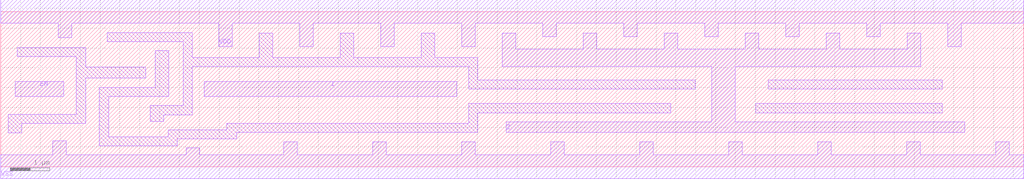
<source format=lef>
# Copyright 2022 GlobalFoundries PDK Authors
#
# Licensed under the Apache License, Version 2.0 (the "License");
# you may not use this file except in compliance with the License.
# You may obtain a copy of the License at
#
#      http://www.apache.org/licenses/LICENSE-2.0
#
# Unless required by applicable law or agreed to in writing, software
# distributed under the License is distributed on an "AS IS" BASIS,
# WITHOUT WARRANTIES OR CONDITIONS OF ANY KIND, either express or implied.
# See the License for the specific language governing permissions and
# limitations under the License.

MACRO gf180mcu_fd_sc_mcu7t5v0__bufz_12
  CLASS core ;
  FOREIGN gf180mcu_fd_sc_mcu7t5v0__bufz_12 0.0 0.0 ;
  ORIGIN 0 0 ;
  SYMMETRY X Y ;
  SITE GF018hv5v_mcu_sc7 ;
  SIZE 25.76 BY 3.92 ;
  PIN EN
    DIRECTION INPUT ;
    ANTENNAGATEAREA 1.929 ;
    PORT
      LAYER METAL1 ;
        POLYGON 0.37 1.77 1.59 1.77 1.59 2.15 0.37 2.15  ;
    END
  END EN
  PIN I
    DIRECTION INPUT ;
    ANTENNAGATEAREA 6.477 ;
    PORT
      LAYER METAL1 ;
        POLYGON 5.125 1.77 11.48 1.77 11.48 2.15 5.125 2.15  ;
    END
  END I
  PIN Z
    DIRECTION OUTPUT ;
    ANTENNADIFFAREA 6.2244 ;
    PORT
      LAYER METAL1 ;
        POLYGON 12.63 2.53 17.49 2.53 17.9 2.53 17.9 1.135 12.73 1.135 12.73 0.865 24.27 0.865 24.27 1.135 18.5 1.135 18.5 2.53 23.17 2.53 23.17 3.38 22.83 3.38 22.83 2.97 21.13 2.97 21.13 3.38 20.79 3.38 20.79 2.97 19.09 2.97 19.09 3.38 18.75 3.38 18.75 2.97 17.49 2.97 17.05 2.97 17.05 3.38 16.71 3.38 16.71 2.97 15.01 2.97 15.01 3.38 14.67 3.38 14.67 2.97 12.97 2.97 12.97 3.38 12.63 3.38  ;
    END
  END Z
  PIN VDD
    DIRECTION INOUT ;
    USE power ;
    SHAPE ABUTMENT ;
    PORT
      LAYER METAL1 ;
        POLYGON 0 3.62 1.45 3.62 1.45 3.26 1.79 3.26 1.79 3.62 5.49 3.62 5.49 3.04 5.83 3.04 5.83 3.62 7.53 3.62 7.53 3.04 7.87 3.04 7.87 3.62 9.57 3.62 9.57 3.04 9.91 3.04 9.91 3.62 11.61 3.62 11.61 3.04 11.95 3.04 11.95 3.62 13.65 3.62 13.65 3.285 13.99 3.285 13.99 3.62 15.69 3.62 15.69 3.285 16.03 3.285 16.03 3.62 17.49 3.62 17.73 3.62 17.73 3.285 18.07 3.285 18.07 3.62 19.77 3.62 19.77 3.285 20.11 3.285 20.11 3.62 21.81 3.62 21.81 3.285 22.15 3.285 22.15 3.62 23.705 3.62 23.85 3.62 23.85 3.04 24.19 3.04 24.19 3.62 25.76 3.62 25.76 4.22 23.705 4.22 17.49 4.22 0 4.22  ;
    END
  END VDD
  PIN VSS
    DIRECTION INOUT ;
    USE ground ;
    SHAPE ABUTMENT ;
    PORT
      LAYER METAL1 ;
        POLYGON 0 -0.3 25.76 -0.3 25.76 0.3 25.39 0.3 25.39 0.635 25.05 0.635 25.05 0.3 23.15 0.3 23.15 0.635 22.81 0.635 22.81 0.3 20.91 0.3 20.91 0.635 20.57 0.635 20.57 0.3 18.67 0.3 18.67 0.635 18.33 0.635 18.33 0.3 16.43 0.3 16.43 0.635 16.09 0.635 16.09 0.3 14.19 0.3 14.19 0.635 13.85 0.635 13.85 0.3 11.95 0.3 11.95 0.635 11.61 0.635 11.61 0.3 9.71 0.3 9.71 0.635 9.37 0.635 9.37 0.3 7.47 0.3 7.47 0.635 7.13 0.635 7.13 0.3 5.01 0.3 5.01 0.475 4.67 0.475 4.67 0.3 1.65 0.3 1.65 0.655 1.31 0.655 1.31 0.3 0 0.3  ;
    END
  END VSS
  OBS
      LAYER METAL1 ;
        POLYGON 0.42 2.78 1.905 2.78 1.905 1.325 0.19 1.325 0.19 0.85 0.53 0.85 0.53 1.095 2.135 1.095 2.135 2.235 3.65 2.235 3.65 2.52 2.135 2.52 2.135 3.01 0.42 3.01  ;
        POLYGON 2.485 0.53 4.44 0.53 4.44 0.705 5.945 0.705 5.945 0.865 12.01 0.865 12.01 1.365 16.875 1.365 16.875 1.595 11.78 1.595 11.78 1.095 5.695 1.095 5.695 0.935 4.215 0.935 4.215 0.76 2.715 0.76 2.715 1.775 4.23 1.775 4.23 2.93 3.89 2.93 3.89 2.005 2.485 2.005  ;
        POLYGON 2.685 3.16 4.595 3.16 4.595 1.545 3.77 1.545 3.77 1.14 4.11 1.14 4.11 1.315 4.825 1.315 4.825 2.53 11.78 2.53 11.78 1.965 17.49 1.965 17.49 2.195 12.01 2.195 12.01 2.76 10.93 2.76 10.93 3.38 10.59 3.38 10.59 2.76 8.89 2.76 8.89 3.38 8.55 3.38 8.55 2.76 6.85 2.76 6.85 3.38 6.51 3.38 6.51 2.76 4.825 2.76 4.825 3.39 2.685 3.39  ;
        POLYGON 19.01 1.365 23.705 1.365 23.705 1.595 19.01 1.595  ;
        POLYGON 19.33 1.965 23.705 1.965 23.705 2.195 19.33 2.195  ;
  END
END gf180mcu_fd_sc_mcu7t5v0__bufz_12

</source>
